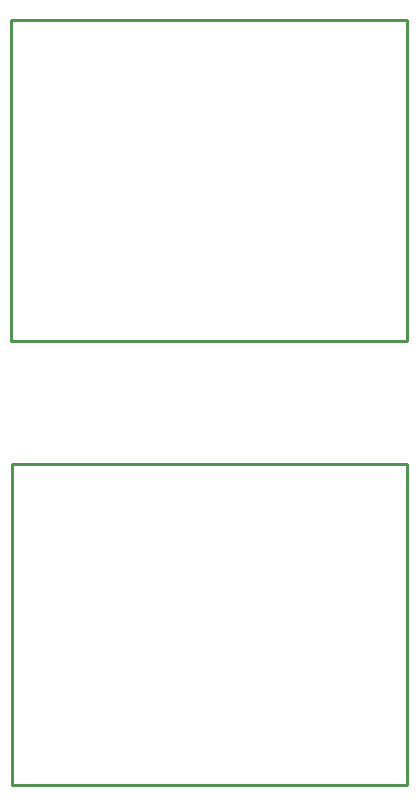
<source format=gbr>
%TF.GenerationSoftware,Altium Limited,Altium Designer,19.1.8 (144)*%
G04 Layer_Color=32896*
%FSLAX26Y26*%
%MOIN*%
%TF.FileFunction,Other,Mechanical_4*%
%TF.Part,Single*%
G01*
G75*
%TA.AperFunction,NonConductor*%
%ADD24C,0.010000*%
D24*
X1852559Y678937D02*
Y1749016D01*
X535236Y678937D02*
X1852559D01*
X535236D02*
Y1749016D01*
X1852559D01*
Y678937D02*
Y1749016D01*
X535236Y678937D02*
X1852559D01*
X535236D02*
Y1749016D01*
X1852559D01*
X533268Y3228716D02*
X1850591D01*
X533268Y2158637D02*
Y3228716D01*
Y2158637D02*
X1850591D01*
Y3228716D01*
X533268D02*
X1850591D01*
X533268Y2158637D02*
Y3228716D01*
Y2158637D02*
X1850591D01*
Y3228716D01*
%TF.MD5,9b14d0885ab1687bddf507a4f19ffd71*%
M02*

</source>
